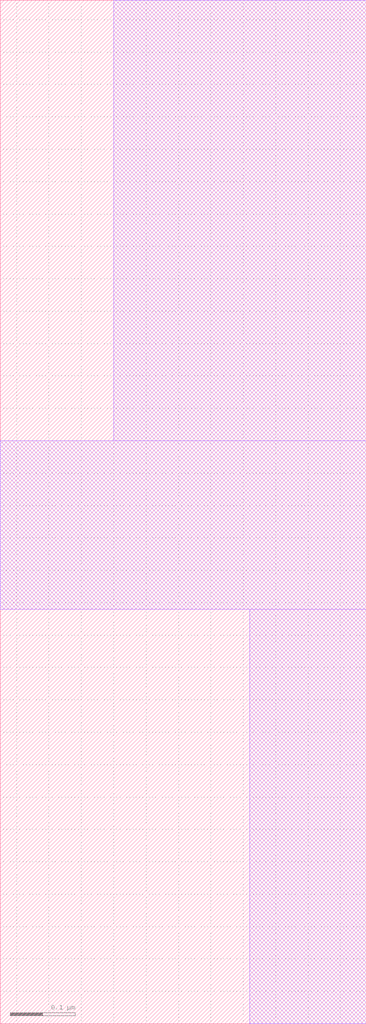
<source format=lef>
# Copyright 2020 The SkyWater PDK Authors
#
# Licensed under the Apache License, Version 2.0 (the "License");
# you may not use this file except in compliance with the License.
# You may obtain a copy of the License at
#
#     https://www.apache.org/licenses/LICENSE-2.0
#
# Unless required by applicable law or agreed to in writing, software
# distributed under the License is distributed on an "AS IS" BASIS,
# WITHOUT WARRANTIES OR CONDITIONS OF ANY KIND, either express or implied.
# See the License for the specific language governing permissions and
# limitations under the License.
#
# SPDX-License-Identifier: Apache-2.0

VERSION 5.7 ;
  NOWIREEXTENSIONATPIN ON ;
  DIVIDERCHAR "/" ;
  BUSBITCHARS "[]" ;
MACRO sky130_fd_bd_sram__sram_dp_swldrv_strap1
  CLASS BLOCK ;
  FOREIGN sky130_fd_bd_sram__sram_dp_swldrv_strap1 ;
  ORIGIN  0.175000  0.000000 ;
  SIZE  0.565000 BY  1.580000 ;
  OBS
    LAYER met1 ;
      RECT -0.175000 0.640000 0.390000 0.900000 ;
      RECT  0.000000 0.900000 0.390000 1.580000 ;
      RECT  0.210000 0.000000 0.390000 0.640000 ;
  END
END sky130_fd_bd_sram__sram_dp_swldrv_strap1
END LIBRARY

</source>
